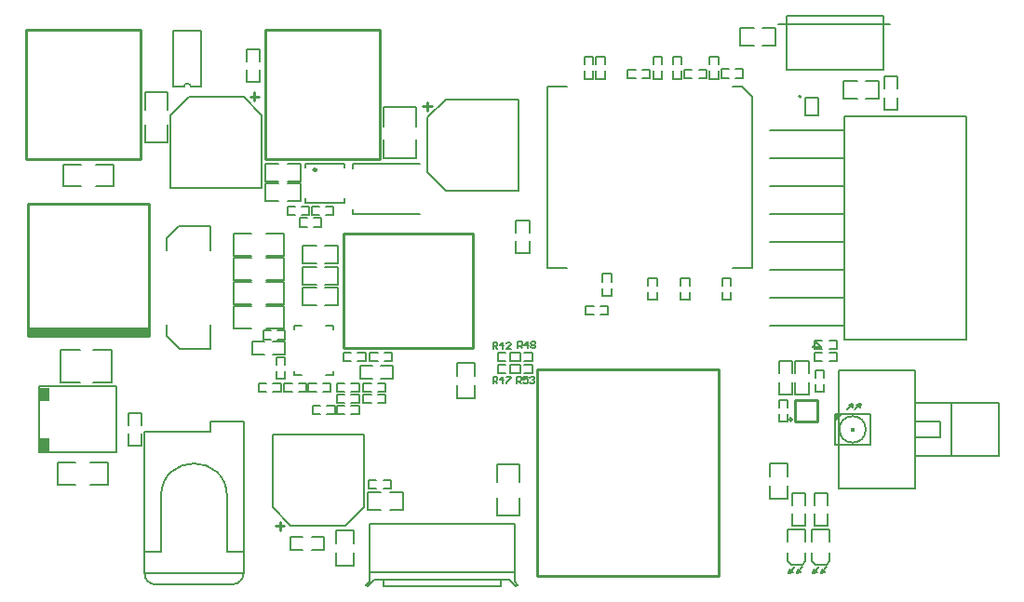
<source format=gto>
G04 Layer_Color=65535*
%FSLAX44Y44*%
%MOMM*%
G71*
G01*
G75*
%ADD61C,0.1500*%
%ADD63C,0.2000*%
%ADD64C,0.2500*%
%ADD115C,0.2540*%
%ADD116C,0.1524*%
%ADD117R,1.0160X1.2728*%
%ADD118R,1.0160X1.2446*%
%ADD119R,0.4000X0.4000*%
D61*
X394500Y191500D02*
X410500D01*
X394500Y159500D02*
X410500D01*
Y179500D02*
Y191500D01*
Y159500D02*
Y171500D01*
X394500Y179500D02*
Y191500D01*
Y159500D02*
Y171500D01*
X703000Y500D02*
X708500Y6000D01*
X703000Y500D02*
X706840Y1418D01*
X703792Y3958D02*
X706840Y1418D01*
X703000Y500D02*
X703792Y3958D01*
X695000Y11000D02*
X698000Y8000D01*
X708000D02*
X711000Y11000D01*
X698000Y8000D02*
X708000D01*
X695000Y40000D02*
X711000D01*
X695000Y11000D02*
Y19000D01*
Y29000D02*
Y40000D01*
X711000Y11000D02*
Y19000D01*
Y29000D02*
Y40000D01*
X696000Y500D02*
X701500Y6000D01*
X696000Y500D02*
X699840Y1418D01*
X696792Y3958D02*
X699840Y1418D01*
X696000Y500D02*
X696792Y3958D01*
X725000Y500D02*
X730500Y6000D01*
X725000Y500D02*
X728840Y1418D01*
X725792Y3958D02*
X728840Y1418D01*
X725000Y500D02*
X725792Y3958D01*
X717000Y11000D02*
X720000Y8000D01*
X730000D02*
X733000Y11000D01*
X720000Y8000D02*
X730000D01*
X717000Y40000D02*
X733000D01*
X717000Y11000D02*
Y19000D01*
Y29000D02*
Y40000D01*
X733000Y11000D02*
Y19000D01*
Y29000D02*
Y40000D01*
X718000Y500D02*
X723500Y6000D01*
X718000Y500D02*
X721840Y1418D01*
X718792Y3958D02*
X721840Y1418D01*
X718000Y500D02*
X718792Y3958D01*
X699000Y73000D02*
X711000D01*
X699000Y43000D02*
X711000D01*
Y62000D02*
Y73000D01*
Y43000D02*
Y54000D01*
X699000Y62000D02*
Y73000D01*
Y43000D02*
Y54000D01*
X719000Y73000D02*
X731000D01*
X719000Y43000D02*
X731000D01*
Y62000D02*
Y73000D01*
Y43000D02*
Y54000D01*
X719000Y62000D02*
Y73000D01*
Y43000D02*
Y54000D01*
X687000Y158000D02*
X695000D01*
X687000Y138000D02*
X695000D01*
Y151000D02*
Y158000D01*
Y138000D02*
Y145000D01*
X687000Y151000D02*
Y158000D01*
Y138000D02*
Y145000D01*
X699000Y182000D02*
Y193000D01*
Y163000D02*
Y174000D01*
X687000Y182000D02*
Y193000D01*
Y163000D02*
Y174000D01*
Y193000D02*
X699000D01*
X687000Y163000D02*
X699000D01*
X286000Y282000D02*
Y298000D01*
X254000Y282000D02*
Y298000D01*
X274000Y282000D02*
X286000D01*
X254000D02*
X266000D01*
X274000Y298000D02*
X286000D01*
X254000D02*
X266000D01*
X286000Y263000D02*
Y279000D01*
X254000Y263000D02*
Y279000D01*
X274000Y263000D02*
X286000D01*
X254000D02*
X266000D01*
X274000Y279000D02*
X286000D01*
X254000D02*
X266000D01*
X286000Y244000D02*
Y260000D01*
X254000Y244000D02*
Y260000D01*
X274000Y244000D02*
X286000D01*
X254000D02*
X266000D01*
X274000Y260000D02*
X286000D01*
X254000D02*
X266000D01*
X679000Y68000D02*
X695000D01*
X679000Y100000D02*
X695000D01*
X679000Y68000D02*
Y80000D01*
Y88000D02*
Y100000D01*
X695000Y68000D02*
Y80000D01*
Y88000D02*
Y100000D01*
X14000Y110000D02*
Y170000D01*
Y110000D02*
X84000D01*
Y170000D01*
X14000D02*
X84000D01*
X31000Y81000D02*
Y101000D01*
X77000Y81000D02*
Y101000D01*
X31000D02*
X47000D01*
X61000D02*
X77000D01*
X31000Y81000D02*
X47000D01*
X61000D02*
X77000D01*
X111000Y392000D02*
Y408000D01*
Y422000D02*
Y438000D01*
X131000Y392000D02*
Y408000D01*
Y422000D02*
Y438000D01*
X111000Y392000D02*
X131000D01*
X111000Y438000D02*
X131000D01*
X33500Y174000D02*
Y203500D01*
Y174000D02*
X51000D01*
X33500Y203500D02*
X51000Y203510D01*
X63000Y173990D02*
X80500Y174000D01*
X63000Y203500D02*
X80500D01*
Y174000D02*
Y203500D01*
X66000Y352000D02*
X82000D01*
X36000D02*
X52000D01*
X66000Y372000D02*
X82000D01*
X36000D02*
X52000D01*
X82000Y352000D02*
Y372000D01*
X36000Y352000D02*
Y372000D01*
X315000Y201000D02*
X322000D01*
X328000D02*
X335000D01*
X315000Y193000D02*
X322000D01*
X328000D02*
X335000D01*
X315000D02*
Y201000D01*
X335000Y193000D02*
Y201000D01*
X783000Y452000D02*
X795000D01*
X783000Y422000D02*
X795000D01*
Y441000D02*
Y452000D01*
Y422000D02*
Y433000D01*
X783000Y441000D02*
Y452000D01*
Y422000D02*
Y433000D01*
X746000Y432000D02*
Y448000D01*
X778000Y432000D02*
Y448000D01*
X746000D02*
X758000D01*
X766000D02*
X778000D01*
X746000Y432000D02*
X758000D01*
X766000D02*
X778000D01*
X719500Y212000D02*
X726500D01*
X732500D02*
X739500D01*
X719500Y204000D02*
X726500D01*
X732500D02*
X739500D01*
X719500D02*
Y212000D01*
X739500Y204000D02*
Y212000D01*
X719500Y201000D02*
X726500D01*
X732500D02*
X739500D01*
X719500Y193000D02*
X726500D01*
X732500D02*
X739500D01*
X719500D02*
Y201000D01*
X739500Y193000D02*
Y201000D01*
X728000Y178000D02*
Y185000D01*
Y165000D02*
Y172000D01*
X720000Y178000D02*
Y185000D01*
Y165000D02*
Y172000D01*
Y185000D02*
X728000D01*
X720000Y165000D02*
X728000D01*
X760708Y151042D02*
X761500Y154500D01*
X757660Y153582D02*
X760708Y151042D01*
X757660Y153582D02*
X761500Y154500D01*
X756000Y149000D02*
X761500Y154500D01*
X753708Y151042D02*
X754500Y154500D01*
X750660Y153582D02*
X753708Y151042D01*
X750660Y153582D02*
X754500Y154500D01*
X749000Y149000D02*
X754500Y154500D01*
X738000Y117000D02*
X770000D01*
X738000D02*
Y145000D01*
X770000D01*
Y117000D02*
Y145000D01*
X738000Y141000D02*
X742000Y145000D01*
X738000Y143000D02*
X740000Y145000D01*
X738000Y139000D02*
X744000Y145000D01*
X272000Y165000D02*
X279000D01*
X259000D02*
X266000D01*
X272000Y173000D02*
X279000D01*
X259000D02*
X266000D01*
X279000Y165000D02*
Y173000D01*
X259000Y165000D02*
Y173000D01*
X214000D02*
X221000D01*
X227000D02*
X234000D01*
X214000Y165000D02*
X221000D01*
X227000D02*
X234000D01*
X214000D02*
Y173000D01*
X234000Y165000D02*
Y173000D01*
X285000Y163000D02*
X292000D01*
X298000D02*
X305000D01*
X285000Y155000D02*
X292000D01*
X298000D02*
X305000D01*
X285000D02*
Y163000D01*
X305000Y155000D02*
Y163000D01*
X285000Y153000D02*
X292000D01*
X298000D02*
X305000D01*
X285000Y145000D02*
X292000D01*
X298000D02*
X305000D01*
X285000D02*
Y153000D01*
X305000Y145000D02*
Y153000D01*
X276000Y145000D02*
X283000D01*
X263000D02*
X270000D01*
X276000Y153000D02*
X283000D01*
X263000D02*
X270000D01*
X283000Y145000D02*
Y153000D01*
X263000Y145000D02*
Y153000D01*
X237000Y173000D02*
X244000D01*
X250000D02*
X257000D01*
X237000Y165000D02*
X244000D01*
X250000D02*
X257000D01*
X237000D02*
Y173000D01*
X257000Y165000D02*
Y173000D01*
X252000Y339000D02*
Y355000D01*
X220000Y339000D02*
Y355000D01*
X240000Y339000D02*
X252000D01*
X220000D02*
X232000D01*
X240000Y355000D02*
X252000D01*
X220000D02*
X232000D01*
X252000Y357000D02*
Y373000D01*
X220000Y357000D02*
Y373000D01*
X240000Y357000D02*
X252000D01*
X220000D02*
X232000D01*
X240000Y373000D02*
X252000D01*
X220000D02*
X232000D01*
X306000Y177000D02*
Y189000D01*
X336000Y177000D02*
Y189000D01*
X306000D02*
X317000D01*
X325000D02*
X336000D01*
X306000Y177000D02*
X317000D01*
X325000D02*
X336000D01*
X218000Y221000D02*
X225000D01*
X231000D02*
X238000D01*
X218000Y213000D02*
X225000D01*
X231000D02*
X238000D01*
X218000D02*
Y221000D01*
X238000Y213000D02*
Y221000D01*
X191000Y265000D02*
X207000D01*
X221000D02*
X237000D01*
X191000Y245000D02*
X207000D01*
X221000D02*
X237000D01*
X191000D02*
Y265000D01*
X237000Y245000D02*
Y265000D01*
X191000Y243000D02*
X207000D01*
X221000D02*
X237000D01*
X191000Y223000D02*
X207000D01*
X221000D02*
X237000D01*
X191000D02*
Y243000D01*
X237000Y223000D02*
Y243000D01*
X191000Y309000D02*
X207000D01*
X221000D02*
X237000D01*
X191000Y289000D02*
X207000D01*
X221000D02*
X237000D01*
X191000D02*
Y309000D01*
X237000Y289000D02*
Y309000D01*
X291000Y201000D02*
X298000D01*
X304000D02*
X311000D01*
X291000Y193000D02*
X298000D01*
X304000D02*
X311000D01*
X291000D02*
Y201000D01*
X311000Y193000D02*
Y201000D01*
X238000Y199000D02*
Y211000D01*
X208000Y199000D02*
Y211000D01*
X227000Y199000D02*
X238000D01*
X208000D02*
X219000D01*
X227000Y211000D02*
X238000D01*
X208000D02*
X219000D01*
X191000Y287000D02*
X207000D01*
X221000D02*
X237000D01*
X191000Y267000D02*
X207000D01*
X221000D02*
X237000D01*
X191000D02*
Y287000D01*
X237000Y267000D02*
Y287000D01*
X510000Y470000D02*
X518000D01*
X510000Y450000D02*
X518000D01*
Y463000D02*
Y470000D01*
Y450000D02*
Y457000D01*
X510000Y463000D02*
Y470000D01*
Y450000D02*
Y457000D01*
X549500Y450500D02*
Y458500D01*
X569500Y450500D02*
Y458500D01*
X549500D02*
X556500D01*
X562500D02*
X569500D01*
X549500Y450500D02*
X556500D01*
X562500D02*
X569500D01*
X652000Y496000D02*
X664000D01*
X672000D02*
X684000D01*
X652000Y480000D02*
X664000D01*
X672000D02*
X684000D01*
X652000D02*
Y496000D01*
X684000Y480000D02*
Y496000D01*
X215000Y466000D02*
Y477000D01*
Y447000D02*
Y458000D01*
X203000Y466000D02*
Y477000D01*
Y447000D02*
Y458000D01*
Y477000D02*
X215000D01*
X203000Y447000D02*
X215000D01*
X568000Y249000D02*
X576000D01*
X568000Y269000D02*
X576000D01*
X568000Y249000D02*
Y256000D01*
Y262000D02*
Y269000D01*
X576000Y249000D02*
Y256000D01*
Y262000D02*
Y269000D01*
X526500Y252500D02*
X534500D01*
X526500Y272500D02*
X534500D01*
X526500Y252500D02*
Y259500D01*
Y265500D02*
Y272500D01*
X534500Y252500D02*
Y259500D01*
Y265500D02*
Y272500D01*
X635500Y249000D02*
X643500D01*
X635500Y269000D02*
X643500D01*
X635500Y249000D02*
Y256000D01*
Y262000D02*
Y269000D01*
X643500Y249000D02*
Y256000D01*
Y262000D02*
Y269000D01*
X597500Y249000D02*
X605500D01*
X597500Y269000D02*
X605500D01*
X597500Y249000D02*
Y256000D01*
Y262000D02*
Y269000D01*
X605500Y249000D02*
Y256000D01*
Y262000D02*
Y269000D01*
X590500Y470000D02*
X598500D01*
X590500Y450000D02*
X598500D01*
Y463000D02*
Y470000D01*
Y450000D02*
Y457000D01*
X590500Y463000D02*
Y470000D01*
Y450000D02*
Y457000D01*
X624000Y470000D02*
X632000D01*
X624000Y450000D02*
X632000D01*
Y463000D02*
Y470000D01*
Y450000D02*
Y457000D01*
X624000Y463000D02*
Y470000D01*
Y450000D02*
Y457000D01*
X431000Y53000D02*
Y69000D01*
Y83000D02*
Y99000D01*
X451000Y53000D02*
Y69000D01*
Y83000D02*
Y99000D01*
X431000Y53000D02*
X451000D01*
X431000Y99000D02*
X451000D01*
X520500Y470000D02*
X528500D01*
X520500Y450000D02*
X528500D01*
Y463000D02*
Y470000D01*
Y450000D02*
Y457000D01*
X520500Y463000D02*
Y470000D01*
Y450000D02*
Y457000D01*
X572500Y450000D02*
X580500D01*
X572500Y470000D02*
X580500D01*
X572500Y450000D02*
Y457000D01*
Y463000D02*
Y470000D01*
X580500Y450000D02*
Y457000D01*
Y463000D02*
Y470000D01*
X601000Y450500D02*
Y458500D01*
X621000Y450500D02*
Y458500D01*
X601000D02*
X608000D01*
X614000D02*
X621000D01*
X601000Y450500D02*
X608000D01*
X614000D02*
X621000D01*
X654500Y451000D02*
Y459000D01*
X634500Y451000D02*
Y459000D01*
X647500Y451000D02*
X654500D01*
X634500D02*
X641500D01*
X647500Y459000D02*
X654500D01*
X634500D02*
X641500D01*
X273000Y21000D02*
Y33000D01*
X243000Y21000D02*
Y33000D01*
X262000Y21000D02*
X273000D01*
X243000D02*
X254000D01*
X262000Y33000D02*
X273000D01*
X243000D02*
X254000D01*
X314000Y85000D02*
X321000D01*
X327000D02*
X334000D01*
X314000Y77000D02*
X321000D01*
X327000D02*
X334000D01*
X314000D02*
Y85000D01*
X334000Y77000D02*
Y85000D01*
X264000Y315500D02*
X271000D01*
X251000D02*
X258000D01*
X264000Y323500D02*
X271000D01*
X251000D02*
X258000D01*
X271000Y315500D02*
Y323500D01*
X251000Y315500D02*
Y323500D01*
X345000Y58000D02*
Y74000D01*
X313000Y58000D02*
Y74000D01*
X333000Y58000D02*
X345000D01*
X313000D02*
X325000D01*
X333000Y74000D02*
X345000D01*
X313000D02*
X325000D01*
X275000Y326000D02*
X282000D01*
X262000D02*
X269000D01*
X275000Y334000D02*
X282000D01*
X262000D02*
X269000D01*
X282000Y326000D02*
Y334000D01*
X262000Y326000D02*
Y334000D01*
X253000Y326000D02*
X260000D01*
X240000D02*
X247000D01*
X253000Y334000D02*
X260000D01*
X240000D02*
X247000D01*
X260000Y326000D02*
Y334000D01*
X240000Y326000D02*
Y334000D01*
X327500Y424500D02*
X357000D01*
X327500Y407000D02*
Y424500D01*
X357000D02*
X357010Y407000D01*
X327490Y395000D02*
X327500Y377500D01*
X357000D02*
Y395000D01*
X327500Y377500D02*
X357000D01*
X284000Y7000D02*
X300000D01*
X284000Y39000D02*
X300000D01*
X284000Y7000D02*
Y19000D01*
Y27000D02*
Y39000D01*
X300000Y7000D02*
Y19000D01*
Y27000D02*
Y39000D01*
X230000Y177000D02*
Y184000D01*
Y190000D02*
Y197000D01*
X238000Y177000D02*
Y184000D01*
Y190000D02*
Y197000D01*
X230000Y177000D02*
X238000D01*
X230000Y197000D02*
X238000D01*
X298000Y165000D02*
X305000D01*
X285000D02*
X292000D01*
X298000Y173000D02*
X305000D01*
X285000D02*
X292000D01*
X305000Y165000D02*
Y173000D01*
X285000Y165000D02*
Y173000D01*
X309000Y163000D02*
X316000D01*
X322000D02*
X329000D01*
X309000Y155000D02*
X316000D01*
X322000D02*
X329000D01*
X309000D02*
Y163000D01*
X329000Y155000D02*
Y163000D01*
X322000Y165000D02*
X329000D01*
X309000D02*
X316000D01*
X322000Y173000D02*
X329000D01*
X309000D02*
X316000D01*
X329000Y165000D02*
Y173000D01*
X309000Y165000D02*
Y173000D01*
X95000Y116000D02*
Y127000D01*
Y135000D02*
Y146000D01*
X107000Y116000D02*
Y127000D01*
Y135000D02*
Y146000D01*
X95000Y116000D02*
X107000D01*
X95000Y146000D02*
X107000D01*
X714000Y182000D02*
Y193000D01*
Y163000D02*
Y174000D01*
X702000Y182000D02*
Y193000D01*
Y163000D02*
Y174000D01*
Y193000D02*
X714000D01*
X702000Y163000D02*
X714000D01*
X462500Y182000D02*
Y190000D01*
X442500Y182000D02*
Y190000D01*
X455500Y182000D02*
X462500D01*
X442500D02*
X449500D01*
X455500Y190000D02*
X462500D01*
X442500D02*
X449500D01*
X462500Y193000D02*
Y201000D01*
X442500Y193000D02*
Y201000D01*
X455500Y193000D02*
X462500D01*
X442500D02*
X449500D01*
X455500Y201000D02*
X462500D01*
X442500D02*
X449500D01*
X431500Y182000D02*
Y190000D01*
X451500Y182000D02*
Y190000D01*
X431500D02*
X438500D01*
X444500D02*
X451500D01*
X431500Y182000D02*
X438500D01*
X444500D02*
X451500D01*
X431500Y193000D02*
Y201000D01*
X451500Y193000D02*
Y201000D01*
X431500D02*
X438500D01*
X444500D02*
X451500D01*
X431500Y193000D02*
X438500D01*
X444500D02*
X451500D01*
X447999Y321499D02*
X459999D01*
X447999Y291499D02*
X459999D01*
Y310499D02*
Y321499D01*
Y291499D02*
Y302499D01*
X447999Y310499D02*
Y321499D01*
Y291499D02*
Y302499D01*
X511500Y235500D02*
Y243500D01*
X531500Y235500D02*
Y243500D01*
X511500D02*
X518500D01*
X524500D02*
X531500D01*
X511500Y235500D02*
X518500D01*
X524500D02*
X531500D01*
X427000Y204500D02*
Y210498D01*
X429999D01*
X430999Y209498D01*
Y207499D01*
X429999Y206499D01*
X427000D01*
X428999D02*
X430999Y204500D01*
X435997D02*
Y210498D01*
X432998Y207499D01*
X436997D01*
X442995Y204500D02*
X438996D01*
X442995Y208499D01*
Y209498D01*
X441995Y210498D01*
X439996D01*
X438996Y209498D01*
X427000Y173000D02*
Y178998D01*
X429999D01*
X430999Y177998D01*
Y175999D01*
X429999Y174999D01*
X427000D01*
X428999D02*
X430999Y173000D01*
X435997D02*
Y178998D01*
X432998Y175999D01*
X436997D01*
X438996Y178998D02*
X442995D01*
Y177998D01*
X438996Y174000D01*
Y173000D01*
X449500Y205000D02*
Y210998D01*
X452499D01*
X453499Y209998D01*
Y207999D01*
X452499Y206999D01*
X449500D01*
X451499D02*
X453499Y205000D01*
X458497D02*
Y210998D01*
X455498Y207999D01*
X459497D01*
X461496Y209998D02*
X462496Y210998D01*
X464495D01*
X465495Y209998D01*
Y208999D01*
X464495Y207999D01*
X465495Y206999D01*
Y206000D01*
X464495Y205000D01*
X462496D01*
X461496Y206000D01*
Y206999D01*
X462496Y207999D01*
X461496Y208999D01*
Y209998D01*
X462496Y207999D02*
X464495D01*
X448500Y173000D02*
Y178998D01*
X451499D01*
X452499Y177998D01*
Y175999D01*
X451499Y174999D01*
X448500D01*
X450499D02*
X452499Y173000D01*
X458497Y178998D02*
X454498D01*
Y175999D01*
X456497Y176999D01*
X457497D01*
X458497Y175999D01*
Y174000D01*
X457497Y173000D01*
X455498D01*
X454498Y174000D01*
X460496Y177998D02*
X461496Y178998D01*
X463495D01*
X464495Y177998D01*
Y176999D01*
X463495Y175999D01*
X462495D01*
X463495D01*
X464495Y174999D01*
Y174000D01*
X463495Y173000D01*
X461496D01*
X460496Y174000D01*
D63*
X185000Y70000D02*
G03*
X125000Y70000I-30000J0D01*
G01*
X190000Y-10000D02*
G03*
X200000Y0I0J10000D01*
G01*
X110000D02*
G03*
X120000Y-10000I10000J0D01*
G01*
X152175Y442600D02*
G03*
X145825Y442600I-3175J0D01*
G01*
X766000Y131000D02*
G03*
X766000Y131000I-12000J0D01*
G01*
X707000Y434000D02*
G03*
X707000Y434000I-1000J0D01*
G01*
X782000Y458000D02*
Y507750D01*
X694000D02*
X782000D01*
X694000Y458000D02*
Y507750D01*
Y458000D02*
X782000D01*
X686750Y500000D02*
X788250D01*
X746500Y416000D02*
X857000D01*
X746500Y213000D02*
X857000D01*
Y416000D01*
X678800Y402900D02*
X746500D01*
X678800Y377500D02*
X746500D01*
X678800Y352100D02*
X746500D01*
X678800Y326700D02*
X746500D01*
X678800Y301300D02*
X746500D01*
X678800Y275900D02*
X746500D01*
X678800Y250500D02*
X746500D01*
Y213000D02*
Y416000D01*
X678800Y225100D02*
X746500D01*
X678800D02*
X716300D01*
X717300Y206100D02*
X725300D01*
X721300Y210100D02*
X725300Y206100D01*
X721300Y210100D02*
Y210100D01*
X717300Y206100D02*
X721300Y210100D01*
X717300Y206100D02*
Y206100D01*
X811000Y124000D02*
X834000D01*
Y138000D01*
X811000D02*
X834000D01*
X844000Y107000D02*
Y155000D01*
X811000D02*
X887000D01*
Y107000D02*
Y155000D01*
X811000Y107000D02*
X887000D01*
X741000Y185000D02*
X811000D01*
X741000Y77000D02*
X811000D01*
Y185000D01*
X741000Y77000D02*
Y185000D01*
X110000Y20000D02*
X125000D01*
Y70000D01*
X185000Y20000D02*
Y70000D01*
Y20000D02*
X200000D01*
Y0D02*
Y138000D01*
X120000Y-10000D02*
X190000D01*
X110000Y0D02*
Y129000D01*
Y0D02*
X200000D01*
X170000Y138000D02*
X200000D01*
X170000Y129000D02*
Y138000D01*
X110000Y129000D02*
X170000D01*
X152175Y442600D02*
X161750D01*
X136250D02*
X145825D01*
X136250D02*
Y493400D01*
X161750D01*
Y442600D02*
Y493400D01*
X275000Y225750D02*
X281500D01*
Y221750D02*
Y225750D01*
X246500Y180250D02*
Y184250D01*
Y180250D02*
X253000D01*
X246500Y221750D02*
Y225750D01*
X253000D01*
X281500Y180250D02*
Y184250D01*
X275000Y180250D02*
X281500D01*
X133500Y350500D02*
X216500D01*
Y417000D01*
X200000Y433500D02*
X216500Y417000D01*
X150000Y433500D02*
X200000D01*
X133500Y350500D02*
Y417000D01*
X150000Y433500D01*
X710500Y416500D02*
Y432500D01*
Y416500D02*
X722500D01*
Y432500D01*
X710500D02*
X722500D01*
X170000Y293875D02*
Y315875D01*
X141000D02*
X170000D01*
X130000Y293875D02*
Y304875D01*
X141000Y315875D01*
X130000Y216125D02*
X142000Y204125D01*
X130000Y216125D02*
Y226125D01*
X142000Y204125D02*
X170000D01*
Y226125D01*
X226500Y126500D02*
X309500D01*
X226500Y60000D02*
Y126500D01*
Y60000D02*
X243000Y43500D01*
X293000D01*
X309500Y60000D02*
Y126500D01*
X293000Y43500D02*
X309500Y60000D01*
X644500Y278000D02*
X662500D01*
Y360500D01*
X476500Y443000D02*
X494500D01*
X476500Y360500D02*
Y443000D01*
Y278000D02*
X494500D01*
X476500D02*
Y360500D01*
X644500Y443000D02*
X653000D01*
X662500Y433500D01*
Y360500D02*
Y433500D01*
X367500Y365000D02*
X384000Y348500D01*
X450500D01*
X367500Y365000D02*
Y415000D01*
X384000Y431500D01*
X450500D01*
Y348500D02*
Y431500D01*
X256500Y369000D02*
Y372500D01*
Y337500D02*
Y341000D01*
X256500Y337500D02*
X291500D01*
Y341000D01*
Y369000D02*
Y372500D01*
X256500D02*
X291500D01*
X314500Y45000D02*
X446500D01*
X314500Y1000D02*
X446500D01*
X319000Y-6000D02*
X442000D01*
X446500Y-7500D02*
Y45000D01*
X314500Y-7500D02*
Y45000D01*
X327000Y-12000D02*
X434000D01*
Y-6000D01*
X327000Y-12000D02*
Y-6000D01*
X311500Y-10500D02*
X314500Y-7500D01*
X311500Y-10500D02*
X313000Y-12000D01*
X319000Y-6000D01*
X442000D02*
X448000Y-12000D01*
X449500Y-10500D01*
X446500Y-7500D02*
X449500Y-10500D01*
D64*
X266250Y367250D02*
G03*
X266250Y367250I-1250J0D01*
G01*
X699000Y140000D02*
G03*
X699000Y140000I-1250J0D01*
G01*
X206000Y434000D02*
X214000D01*
X210000Y430000D02*
Y438000D01*
X229000Y43000D02*
X237000D01*
X233000Y39000D02*
Y47000D01*
X363000Y425000D02*
X371000D01*
X367000Y421000D02*
Y429000D01*
D115*
X632550Y-2500D02*
Y185500D01*
X467450D02*
X632550D01*
X467450Y-2500D02*
Y185500D01*
Y-2500D02*
X632550D01*
X5250Y222500D02*
X112500D01*
X4250Y220500D02*
X112500D01*
X4500Y218500D02*
X112750D01*
X4000Y336000D02*
X114000D01*
X4000Y216000D02*
Y336000D01*
Y216000D02*
X114000D01*
Y336000D01*
X2000Y377000D02*
Y495000D01*
Y377000D02*
X106000D01*
Y495000D01*
X2000D02*
X106000D01*
X291000Y205000D02*
Y309000D01*
X409000D01*
Y205000D02*
Y309000D01*
X291000Y205000D02*
X409000D01*
X220000Y495000D02*
X324000D01*
Y377000D02*
Y495000D01*
X220000Y377000D02*
X324000D01*
X220000D02*
Y495000D01*
X702000Y158000D02*
X722000D01*
X702000Y138000D02*
Y158000D01*
Y138000D02*
X722000D01*
Y158000D01*
D116*
X299500Y327000D02*
X360500D01*
X299500D02*
Y331225D01*
Y373000D02*
X360500D01*
X299500Y368191D02*
Y373000D01*
D117*
X18521Y163126D02*
D03*
D118*
X18521Y116757D02*
D03*
D119*
X754000Y131000D02*
D03*
M02*

</source>
